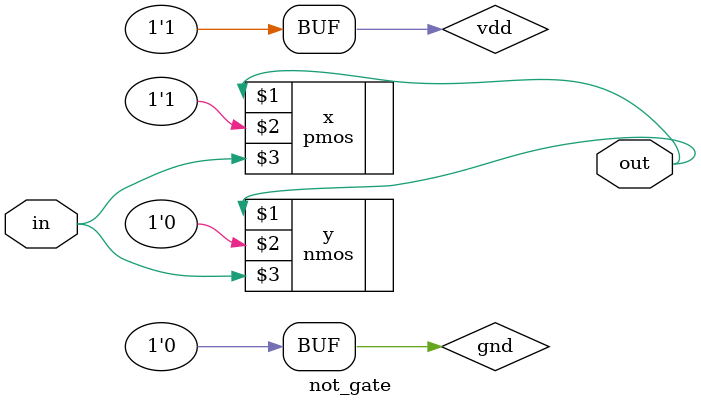
<source format=v>
`timescale 1ns / 1ps


module not_gate(out,in );
input in;
output out;
 supply1 vdd;
 supply0 gnd;
 pmos x(out,vdd,in);
 nmos y(out,gnd,in);
endmodule

</source>
